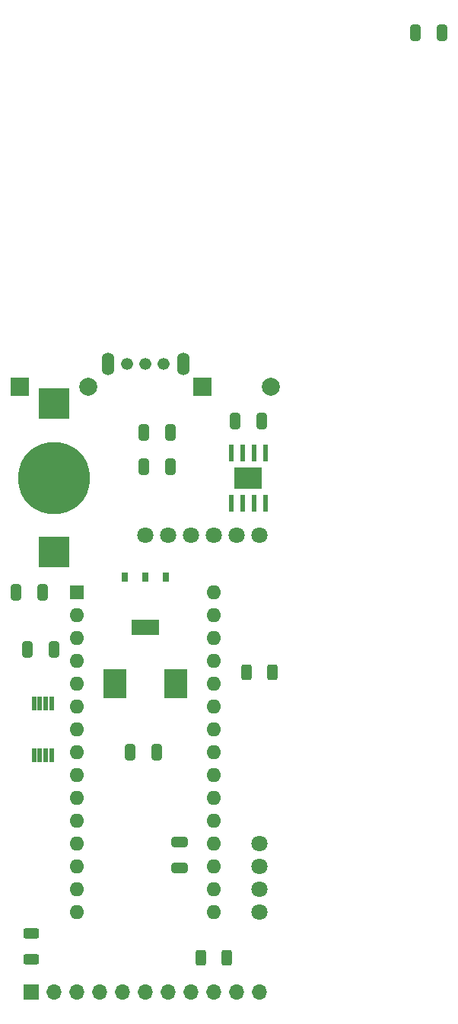
<source format=gbr>
%TF.GenerationSoftware,KiCad,Pcbnew,7.0.1*%
%TF.CreationDate,2023-04-07T11:41:16-04:00*%
%TF.ProjectId,smart penetrometer update,736d6172-7420-4706-956e-6574726f6d65,rev?*%
%TF.SameCoordinates,Original*%
%TF.FileFunction,Soldermask,Bot*%
%TF.FilePolarity,Negative*%
%FSLAX46Y46*%
G04 Gerber Fmt 4.6, Leading zero omitted, Abs format (unit mm)*
G04 Created by KiCad (PCBNEW 7.0.1) date 2023-04-07 11:41:16*
%MOMM*%
%LPD*%
G01*
G04 APERTURE LIST*
G04 Aperture macros list*
%AMRoundRect*
0 Rectangle with rounded corners*
0 $1 Rounding radius*
0 $2 $3 $4 $5 $6 $7 $8 $9 X,Y pos of 4 corners*
0 Add a 4 corners polygon primitive as box body*
4,1,4,$2,$3,$4,$5,$6,$7,$8,$9,$2,$3,0*
0 Add four circle primitives for the rounded corners*
1,1,$1+$1,$2,$3*
1,1,$1+$1,$4,$5*
1,1,$1+$1,$6,$7*
1,1,$1+$1,$8,$9*
0 Add four rect primitives between the rounded corners*
20,1,$1+$1,$2,$3,$4,$5,0*
20,1,$1+$1,$4,$5,$6,$7,0*
20,1,$1+$1,$6,$7,$8,$9,0*
20,1,$1+$1,$8,$9,$2,$3,0*%
G04 Aperture macros list end*
%ADD10R,1.600000X1.600000*%
%ADD11O,1.600000X1.600000*%
%ADD12R,1.700000X1.700000*%
%ADD13O,1.700000X1.700000*%
%ADD14C,1.324000*%
%ADD15O,1.424000X2.524000*%
%ADD16C,2.000000*%
%ADD17R,2.000000X2.000000*%
%ADD18RoundRect,0.250000X-0.325000X-0.650000X0.325000X-0.650000X0.325000X0.650000X-0.325000X0.650000X0*%
%ADD19RoundRect,0.250000X0.325000X0.650000X-0.325000X0.650000X-0.325000X-0.650000X0.325000X-0.650000X0*%
%ADD20R,2.500000X3.300000*%
%ADD21R,0.710000X1.000000*%
%ADD22R,3.025000X1.780000*%
%ADD23C,1.800000*%
%ADD24R,3.500000X3.500000*%
%ADD25C,8.000000*%
%ADD26RoundRect,0.020000X0.180000X-0.760000X0.180000X0.760000X-0.180000X0.760000X-0.180000X-0.760000X0*%
%ADD27RoundRect,0.250000X0.650000X-0.325000X0.650000X0.325000X-0.650000X0.325000X-0.650000X-0.325000X0*%
%ADD28RoundRect,0.250000X-0.312500X-0.625000X0.312500X-0.625000X0.312500X0.625000X-0.312500X0.625000X0*%
%ADD29RoundRect,0.250000X0.625000X-0.312500X0.625000X0.312500X-0.625000X0.312500X-0.625000X-0.312500X0*%
%ADD30R,0.610000X1.910000*%
%ADD31R,1.550000X1.205000*%
G04 APERTURE END LIST*
D10*
%TO.C,A2*%
X118110000Y-104140000D03*
D11*
X118110000Y-106680000D03*
X118110000Y-109220000D03*
X118110000Y-111760000D03*
X118110000Y-114300000D03*
X118110000Y-116840000D03*
X118110000Y-119380000D03*
X118110000Y-121920000D03*
X118110000Y-124460000D03*
X118110000Y-127000000D03*
X118110000Y-129540000D03*
X118110000Y-132080000D03*
X118110000Y-134620000D03*
X118110000Y-137160000D03*
X118110000Y-139700000D03*
X133350000Y-139700000D03*
X133350000Y-137160000D03*
X133350000Y-134620000D03*
X133350000Y-132080000D03*
X133350000Y-129540000D03*
X133350000Y-127000000D03*
X133350000Y-124460000D03*
X133350000Y-121920000D03*
X133350000Y-119380000D03*
X133350000Y-116840000D03*
X133350000Y-114300000D03*
X133350000Y-111760000D03*
X133350000Y-109220000D03*
X133350000Y-106680000D03*
X133350000Y-104140000D03*
%TD*%
D12*
%TO.C,J2*%
X113030000Y-148590000D03*
D13*
X115570000Y-148590000D03*
X118110000Y-148590000D03*
X120650000Y-148590000D03*
X123190000Y-148590000D03*
X125730000Y-148590000D03*
X128270000Y-148590000D03*
X130810000Y-148590000D03*
X133350000Y-148590000D03*
X135890000Y-148590000D03*
X138430000Y-148590000D03*
%TD*%
D14*
%TO.C,J1*%
X127762000Y-78740000D03*
X125730000Y-78740000D03*
X123698000Y-78740000D03*
D15*
X129921000Y-78740000D03*
X121539000Y-78740000D03*
%TD*%
D16*
%TO.C,U7*%
X119380000Y-81280000D03*
D17*
X111760000Y-81280000D03*
%TD*%
D16*
%TO.C,U3*%
X139700000Y-81280000D03*
D17*
X132080000Y-81280000D03*
%TD*%
D18*
%TO.C,C1*%
X124050000Y-121920000D03*
X127000000Y-121920000D03*
%TD*%
D19*
%TO.C,C2*%
X115570000Y-110490000D03*
X112620000Y-110490000D03*
%TD*%
D18*
%TO.C,C4*%
X111350000Y-104140000D03*
X114300000Y-104140000D03*
%TD*%
D20*
%TO.C,D1*%
X122330000Y-114300000D03*
X129130000Y-114300000D03*
%TD*%
D21*
%TO.C,U6*%
X123430000Y-102415000D03*
X125730000Y-102415000D03*
X128030000Y-102415000D03*
D22*
X125730000Y-108015000D03*
%TD*%
D23*
%TO.C,A1*%
X125730000Y-97790000D03*
X128270000Y-97790000D03*
X130810000Y-97790000D03*
X133350000Y-97790000D03*
X135890000Y-97790000D03*
X138430000Y-97790000D03*
%TD*%
D24*
%TO.C,BT1*%
X115570000Y-83185000D03*
X115570000Y-99695000D03*
D25*
X115570000Y-91440000D03*
%TD*%
D23*
%TO.C,U4*%
X138430000Y-134620000D03*
X138430000Y-137160000D03*
X138430000Y-139700000D03*
X138430000Y-132080000D03*
%TD*%
D26*
%TO.C,U10*%
X115275000Y-122260000D03*
X114625000Y-122260000D03*
X113975000Y-122260000D03*
X113325000Y-122260000D03*
X113325000Y-116500000D03*
X113975000Y-116500000D03*
X114625000Y-116500000D03*
X115275000Y-116500000D03*
%TD*%
D19*
%TO.C,C3*%
X138635000Y-85090000D03*
X135685000Y-85090000D03*
%TD*%
D18*
%TO.C,C5*%
X125525000Y-90170000D03*
X128475000Y-90170000D03*
%TD*%
%TO.C,C8*%
X125525000Y-86360000D03*
X128475000Y-86360000D03*
%TD*%
%TO.C,C9*%
X155800000Y-41910000D03*
X158750000Y-41910000D03*
%TD*%
D27*
%TO.C,C11*%
X129540000Y-134825000D03*
X129540000Y-131875000D03*
%TD*%
D28*
%TO.C,R1*%
X136967500Y-113030000D03*
X139892500Y-113030000D03*
%TD*%
%TO.C,R7*%
X131887500Y-144780000D03*
X134812500Y-144780000D03*
%TD*%
D29*
%TO.C,R8*%
X113030000Y-144972500D03*
X113030000Y-142047500D03*
%TD*%
D30*
%TO.C,U1*%
X139065000Y-94220000D03*
X137795000Y-94220000D03*
X136525000Y-94220000D03*
X135255000Y-94220000D03*
X135255000Y-88660000D03*
X136525000Y-88660000D03*
X137795000Y-88660000D03*
X139065000Y-88660000D03*
D31*
X136385000Y-92042500D03*
X137935000Y-92042500D03*
X136385000Y-90837500D03*
X137935000Y-90837500D03*
%TD*%
M02*

</source>
